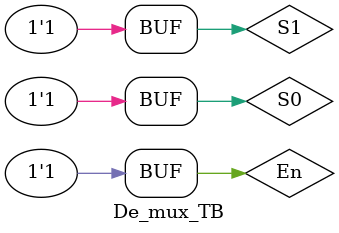
<source format=v>
`timescale 1ns / 1ps

module De_mux_TB();
    reg S1;
    reg S0;
    reg En;
    wire EnA;
    wire EnB;
    wire EnC;
    wire EnD;
    demux_1_4 Il(S1, S0, En, EnA, EnB, EnC, EnD);
    initial
    begin
    #50 S1 = 1'b0; S0 = 1'b0; En = 1'b0;
    #50 S1 = 1'b0; S0 = 1'b1; En = 1'b0;
    #50 S1 = 1'b1; S0 = 1'b0; En = 1'b0;
    #50 S1 = 1'b1; S0 = 1'b1; En = 1'b0;
    #50 S1 = 1'b1; S0 = 1'b1; En = 1'b1;
    end
endmodule

</source>
